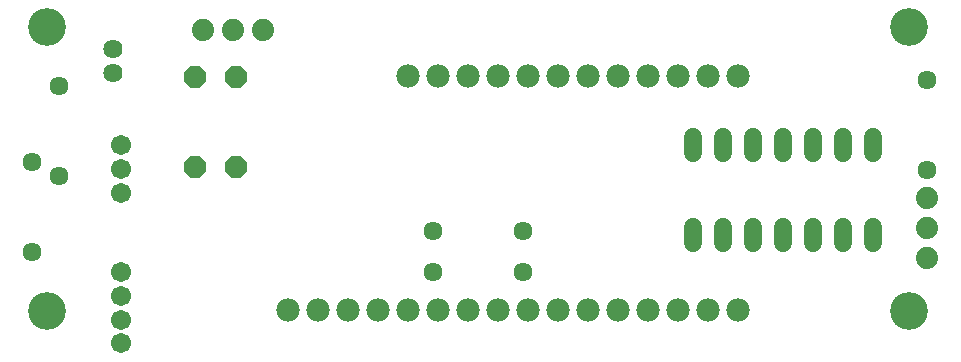
<source format=gbr>
G04 EAGLE Gerber RS-274X export*
G75*
%MOMM*%
%FSLAX34Y34*%
%LPD*%
%INSoldermask Bottom*%
%IPPOS*%
%AMOC8*
5,1,8,0,0,1.08239X$1,22.5*%
G01*
%ADD10C,3.203200*%
%ADD11C,1.981200*%
%ADD12C,1.524000*%
%ADD13C,1.625600*%
%ADD14C,1.879600*%
%ADD15C,1.703200*%
%ADD16C,1.611200*%
%ADD17P,2.034460X8X292.500000*%


D10*
X150000Y400000D03*
X150000Y160000D03*
X880000Y400000D03*
X880000Y160000D03*
D11*
X734700Y358800D03*
X709300Y358800D03*
X683900Y358800D03*
X658500Y358800D03*
X633100Y358800D03*
X607700Y358800D03*
X582300Y358800D03*
X556900Y358800D03*
X531500Y358800D03*
X506100Y358800D03*
X480700Y358800D03*
X455300Y358800D03*
X379100Y160600D03*
X404500Y160600D03*
X429900Y160600D03*
X455300Y160600D03*
X480700Y160600D03*
X506100Y160600D03*
X531500Y160600D03*
X556900Y160600D03*
X582300Y160600D03*
X607700Y160600D03*
X633100Y160600D03*
X658500Y160600D03*
X683900Y160600D03*
X709300Y160600D03*
X734700Y160600D03*
X353700Y160600D03*
D12*
X697220Y217496D02*
X697220Y230704D01*
X722620Y230704D02*
X722620Y217496D01*
X849620Y217496D02*
X849620Y230704D01*
X849620Y293696D02*
X849620Y306904D01*
X748020Y230704D02*
X748020Y217496D01*
X773420Y217496D02*
X773420Y230704D01*
X824220Y230704D02*
X824220Y217496D01*
X798820Y217496D02*
X798820Y230704D01*
X824220Y293696D02*
X824220Y306904D01*
X798820Y306904D02*
X798820Y293696D01*
X773420Y293696D02*
X773420Y306904D01*
X748020Y306904D02*
X748020Y293696D01*
X722620Y293696D02*
X722620Y306904D01*
X697220Y306904D02*
X697220Y293696D01*
D13*
X205400Y361650D03*
X205400Y381650D03*
D14*
X895000Y255400D03*
X895000Y230000D03*
X895000Y204600D03*
D15*
X212500Y132500D03*
X212500Y152500D03*
X212500Y172500D03*
X212500Y192500D03*
X212500Y300000D03*
X212500Y280000D03*
X212500Y260000D03*
D16*
X476900Y192500D03*
X553100Y192500D03*
X553100Y227500D03*
X476900Y227500D03*
X895000Y279400D03*
X895000Y355600D03*
X137500Y209400D03*
X137500Y285600D03*
X160000Y274400D03*
X160000Y350600D03*
D17*
X310000Y358100D03*
X310000Y281900D03*
X275000Y358100D03*
X275000Y281900D03*
D14*
X307500Y397500D03*
X332900Y397500D03*
X282100Y397500D03*
M02*

</source>
